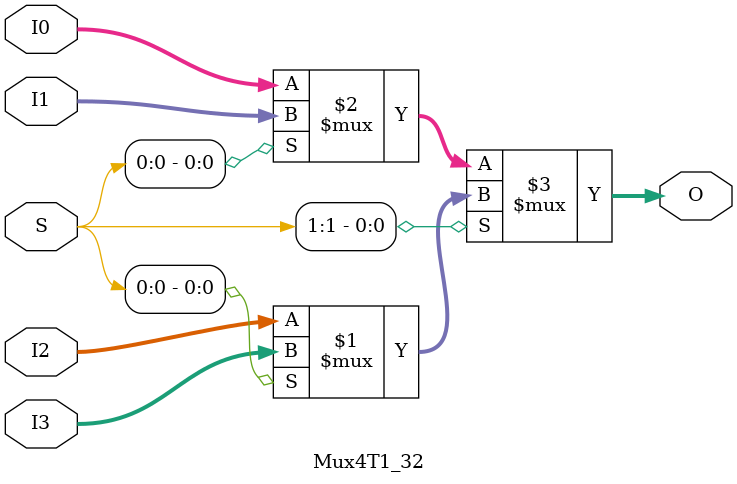
<source format=v>
module Mux4T1_32(
    input [31:0] I0,
    input [31:0] I1,
    input [31:0] I2,
    input [31:0] I3,
    input [1:0] S,
    output [31:0] O
);
    //fill your code
    assign O = S[1]?(S[0] ? I3 : I2):(S[0] ? I1 : I0);
    
endmodule


</source>
